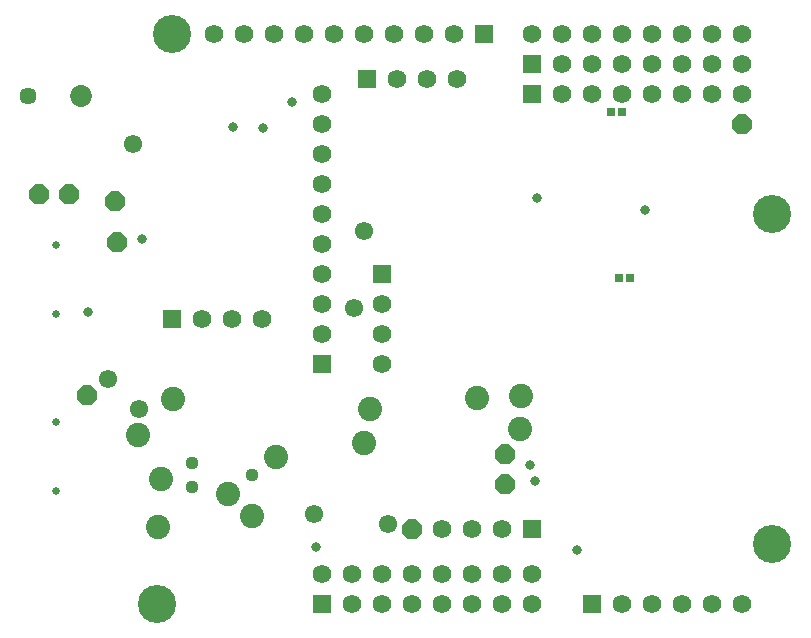
<source format=gbr>
G04 EAGLE Gerber RS-274X export*
G75*
%MOMM*%
%FSLAX34Y34*%
%LPD*%
%INSoldermask Bottom*%
%IPPOS*%
%AMOC8*
5,1,8,0,0,1.08239X$1,22.5*%
G01*
%ADD10C,3.225800*%
%ADD11C,1.117600*%
%ADD12C,1.450800*%
%ADD13C,1.850800*%
%ADD14C,0.650800*%
%ADD15R,1.580800X1.580800*%
%ADD16C,1.580800*%
%ADD17P,1.814519X8X22.500000*%
%ADD18R,0.650800X0.650800*%
%ADD19C,2.050800*%
%ADD20C,0.800800*%
%ADD21C,1.550800*%


D10*
X152400Y508000D03*
X139700Y25400D03*
X660400Y76200D03*
X660400Y355600D03*
D11*
X219800Y134200D03*
X169000Y124040D03*
X169000Y144360D03*
D12*
X30000Y455000D03*
D13*
X75000Y455000D03*
D14*
X54000Y178900D03*
X54000Y121100D03*
X54000Y328900D03*
X54000Y271100D03*
D15*
X457200Y482600D03*
D16*
X457200Y508000D03*
X482600Y482600D03*
X482600Y508000D03*
X508000Y482600D03*
X508000Y508000D03*
X533400Y482600D03*
X533400Y508000D03*
X558800Y482600D03*
X558800Y508000D03*
X584200Y482600D03*
X584200Y508000D03*
X609600Y482600D03*
X609600Y508000D03*
X635000Y482600D03*
X635000Y508000D03*
D15*
X279400Y25400D03*
D16*
X279400Y50800D03*
X304800Y25400D03*
X304800Y50800D03*
X330200Y25400D03*
X330200Y50800D03*
X355600Y25400D03*
X355600Y50800D03*
X381000Y25400D03*
X381000Y50800D03*
X406400Y25400D03*
X406400Y50800D03*
X431800Y25400D03*
X431800Y50800D03*
X457200Y25400D03*
X457200Y50800D03*
D15*
X416560Y508000D03*
D16*
X391160Y508000D03*
X365760Y508000D03*
X340360Y508000D03*
X314960Y508000D03*
X289560Y508000D03*
X264160Y508000D03*
X238760Y508000D03*
X213360Y508000D03*
X187960Y508000D03*
D15*
X457200Y457200D03*
D16*
X482600Y457200D03*
X508000Y457200D03*
X533400Y457200D03*
X558800Y457200D03*
X584200Y457200D03*
X609600Y457200D03*
X635000Y457200D03*
D15*
X508000Y25400D03*
D16*
X533400Y25400D03*
X558800Y25400D03*
X584200Y25400D03*
X609600Y25400D03*
X635000Y25400D03*
D15*
X330200Y304800D03*
D16*
X330200Y279400D03*
X330200Y254000D03*
X330200Y228600D03*
D15*
X152400Y266700D03*
D16*
X177800Y266700D03*
X203200Y266700D03*
X228600Y266700D03*
D15*
X317500Y469900D03*
D16*
X342900Y469900D03*
X368300Y469900D03*
X393700Y469900D03*
D15*
X457200Y88900D03*
D16*
X431800Y88900D03*
X406400Y88900D03*
X381000Y88900D03*
D17*
X434340Y152400D03*
X434340Y127000D03*
X103900Y366200D03*
X355600Y88900D03*
X105100Y331400D03*
X80000Y202100D03*
X635000Y431800D03*
D15*
X279400Y228600D03*
D16*
X279400Y254000D03*
X279400Y279400D03*
X279400Y304800D03*
X279400Y330200D03*
X279400Y355600D03*
X279400Y381000D03*
X279400Y406400D03*
X279400Y431800D03*
X279400Y457200D03*
D18*
X539500Y301000D03*
X530500Y301000D03*
D17*
X39300Y372000D03*
X64700Y372000D03*
D18*
X532720Y441340D03*
X523720Y441340D03*
D19*
X240000Y150000D03*
X140000Y90000D03*
X447500Y200900D03*
X410000Y200000D03*
X314200Y161300D03*
X319400Y190000D03*
X152800Y199100D03*
X142700Y131400D03*
X447000Y173100D03*
X122900Y168400D03*
X199600Y118000D03*
X220000Y100000D03*
D20*
X203800Y429200D03*
X229100Y428200D03*
X253400Y450100D03*
X494500Y70900D03*
X273800Y73500D03*
X459134Y129100D03*
X455334Y142600D03*
D21*
X306500Y276200D03*
X314600Y340900D03*
X334950Y93151D03*
X271900Y101700D03*
X123800Y190400D03*
X98200Y216000D03*
X118600Y414700D03*
D20*
X552500Y358700D03*
X461200Y368900D03*
X126200Y334300D03*
X80800Y272500D03*
M02*

</source>
